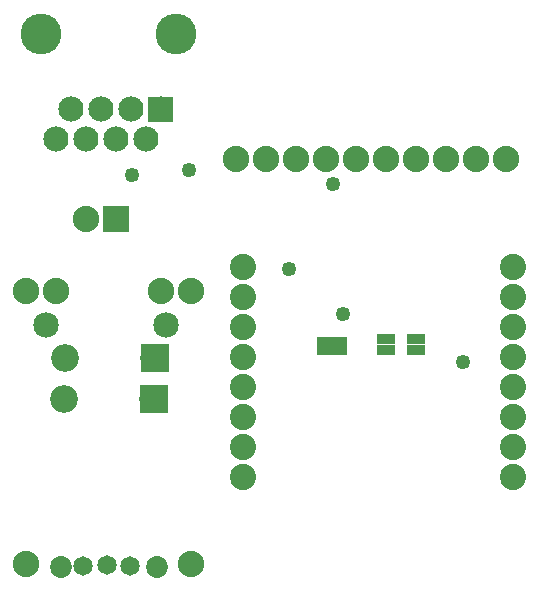
<source format=gbs>
G04 MADE WITH FRITZING*
G04 WWW.FRITZING.ORG*
G04 DOUBLE SIDED*
G04 HOLES PLATED*
G04 CONTOUR ON CENTER OF CONTOUR VECTOR*
%ASAXBY*%
%FSLAX23Y23*%
%MOIN*%
%OFA0B0*%
%SFA1.0B1.0*%
%ADD10C,0.049370*%
%ADD11C,0.072992*%
%ADD12C,0.065118*%
%ADD13C,0.084000*%
%ADD14C,0.135984*%
%ADD15C,0.088000*%
%ADD16C,0.087778*%
%ADD17C,0.085000*%
%ADD18C,0.092000*%
%ADD19R,0.035000X0.060000*%
%ADD20R,0.060000X0.035000*%
%ADD21R,0.092000X0.092000*%
%ADD22R,0.088000X0.088000*%
%ADD23R,0.001000X0.001000*%
%LNMASK0*%
G90*
G70*
G54D10*
X963Y1056D03*
X1144Y904D03*
X1112Y1337D03*
X1544Y744D03*
X440Y1369D03*
X632Y1385D03*
G54D11*
X523Y62D03*
X204Y62D03*
G54D12*
X436Y66D03*
X357Y67D03*
X278Y66D03*
G54D13*
X187Y1487D03*
X237Y1587D03*
X287Y1487D03*
X387Y1487D03*
X487Y1487D03*
X337Y1587D03*
X437Y1587D03*
X537Y1587D03*
G54D14*
X587Y1837D03*
X137Y1837D03*
G54D15*
X1488Y1421D03*
X1388Y1421D03*
X1288Y1421D03*
X1187Y1421D03*
X1088Y1421D03*
X988Y1421D03*
X888Y1421D03*
X788Y1421D03*
X1687Y1421D03*
X1587Y1421D03*
X88Y72D03*
X639Y72D03*
X88Y981D03*
X188Y981D03*
X539Y981D03*
X639Y981D03*
G54D16*
X811Y1063D03*
X811Y963D03*
X811Y863D03*
X811Y763D03*
X811Y663D03*
X811Y563D03*
X811Y463D03*
X811Y363D03*
X1711Y363D03*
X1711Y463D03*
X1711Y563D03*
X1711Y663D03*
X1711Y763D03*
X1711Y863D03*
X1711Y963D03*
X1711Y1063D03*
G54D17*
X153Y868D03*
X553Y868D03*
X153Y868D03*
X553Y868D03*
G54D18*
X516Y760D03*
X218Y760D03*
X516Y760D03*
X218Y760D03*
X512Y621D03*
X214Y621D03*
X512Y621D03*
X214Y621D03*
G54D15*
X388Y1221D03*
X288Y1221D03*
G54D19*
X1076Y798D03*
X1108Y798D03*
X1140Y798D03*
G54D20*
X1388Y785D03*
X1388Y821D03*
X1288Y785D03*
X1288Y821D03*
G54D21*
X517Y760D03*
X517Y760D03*
X513Y621D03*
X513Y621D03*
G54D22*
X388Y1221D03*
G54D23*
X496Y1628D02*
X579Y1628D01*
X496Y1627D02*
X579Y1627D01*
X496Y1626D02*
X579Y1626D01*
X496Y1625D02*
X579Y1625D01*
X496Y1624D02*
X579Y1624D01*
X496Y1623D02*
X579Y1623D01*
X496Y1622D02*
X579Y1622D01*
X496Y1621D02*
X579Y1621D01*
X496Y1620D02*
X579Y1620D01*
X496Y1619D02*
X579Y1619D01*
X496Y1618D02*
X579Y1618D01*
X496Y1617D02*
X579Y1617D01*
X496Y1616D02*
X579Y1616D01*
X496Y1615D02*
X579Y1615D01*
X496Y1614D02*
X579Y1614D01*
X496Y1613D02*
X579Y1613D01*
X496Y1612D02*
X579Y1612D01*
X496Y1611D02*
X579Y1611D01*
X496Y1610D02*
X579Y1610D01*
X496Y1609D02*
X579Y1609D01*
X496Y1608D02*
X579Y1608D01*
X496Y1607D02*
X579Y1607D01*
X496Y1606D02*
X579Y1606D01*
X496Y1605D02*
X579Y1605D01*
X496Y1604D02*
X579Y1604D01*
X496Y1603D02*
X579Y1603D01*
X496Y1602D02*
X579Y1602D01*
X496Y1601D02*
X533Y1601D01*
X542Y1601D02*
X579Y1601D01*
X496Y1600D02*
X530Y1600D01*
X544Y1600D02*
X579Y1600D01*
X496Y1599D02*
X528Y1599D01*
X546Y1599D02*
X579Y1599D01*
X496Y1598D02*
X527Y1598D01*
X547Y1598D02*
X579Y1598D01*
X496Y1597D02*
X526Y1597D01*
X548Y1597D02*
X579Y1597D01*
X496Y1596D02*
X525Y1596D01*
X549Y1596D02*
X579Y1596D01*
X496Y1595D02*
X524Y1595D01*
X550Y1595D02*
X579Y1595D01*
X496Y1594D02*
X524Y1594D01*
X551Y1594D02*
X579Y1594D01*
X496Y1593D02*
X523Y1593D01*
X551Y1593D02*
X579Y1593D01*
X496Y1592D02*
X523Y1592D01*
X552Y1592D02*
X579Y1592D01*
X496Y1591D02*
X523Y1591D01*
X552Y1591D02*
X579Y1591D01*
X496Y1590D02*
X522Y1590D01*
X552Y1590D02*
X579Y1590D01*
X496Y1589D02*
X522Y1589D01*
X552Y1589D02*
X579Y1589D01*
X496Y1588D02*
X522Y1588D01*
X552Y1588D02*
X579Y1588D01*
X496Y1587D02*
X522Y1587D01*
X552Y1587D02*
X579Y1587D01*
X496Y1586D02*
X522Y1586D01*
X552Y1586D02*
X579Y1586D01*
X496Y1585D02*
X522Y1585D01*
X552Y1585D02*
X579Y1585D01*
X496Y1584D02*
X522Y1584D01*
X552Y1584D02*
X579Y1584D01*
X496Y1583D02*
X523Y1583D01*
X552Y1583D02*
X579Y1583D01*
X496Y1582D02*
X523Y1582D01*
X552Y1582D02*
X579Y1582D01*
X496Y1581D02*
X523Y1581D01*
X551Y1581D02*
X579Y1581D01*
X496Y1580D02*
X524Y1580D01*
X551Y1580D02*
X579Y1580D01*
X496Y1579D02*
X524Y1579D01*
X550Y1579D02*
X579Y1579D01*
X496Y1578D02*
X525Y1578D01*
X549Y1578D02*
X579Y1578D01*
X496Y1577D02*
X526Y1577D01*
X548Y1577D02*
X579Y1577D01*
X496Y1576D02*
X527Y1576D01*
X547Y1576D02*
X579Y1576D01*
X496Y1575D02*
X528Y1575D01*
X546Y1575D02*
X579Y1575D01*
X496Y1574D02*
X530Y1574D01*
X545Y1574D02*
X579Y1574D01*
X496Y1573D02*
X532Y1573D01*
X542Y1573D02*
X579Y1573D01*
X496Y1572D02*
X579Y1572D01*
X496Y1571D02*
X579Y1571D01*
X496Y1570D02*
X579Y1570D01*
X496Y1569D02*
X579Y1569D01*
X496Y1568D02*
X579Y1568D01*
X496Y1567D02*
X579Y1567D01*
X496Y1566D02*
X579Y1566D01*
X496Y1565D02*
X579Y1565D01*
X496Y1564D02*
X579Y1564D01*
X496Y1563D02*
X579Y1563D01*
X496Y1562D02*
X579Y1562D01*
X496Y1561D02*
X579Y1561D01*
X496Y1560D02*
X579Y1560D01*
X496Y1559D02*
X579Y1559D01*
X496Y1558D02*
X579Y1558D01*
X496Y1557D02*
X579Y1557D01*
X496Y1556D02*
X579Y1556D01*
X496Y1555D02*
X579Y1555D01*
X496Y1554D02*
X579Y1554D01*
X496Y1553D02*
X579Y1553D01*
X496Y1552D02*
X579Y1552D01*
X496Y1551D02*
X579Y1551D01*
X496Y1550D02*
X579Y1550D01*
X496Y1549D02*
X579Y1549D01*
X496Y1548D02*
X579Y1548D01*
X496Y1547D02*
X579Y1547D01*
X496Y1546D02*
X579Y1546D01*
X496Y1545D02*
X578Y1545D01*
D02*
G04 End of Mask0*
M02*
</source>
